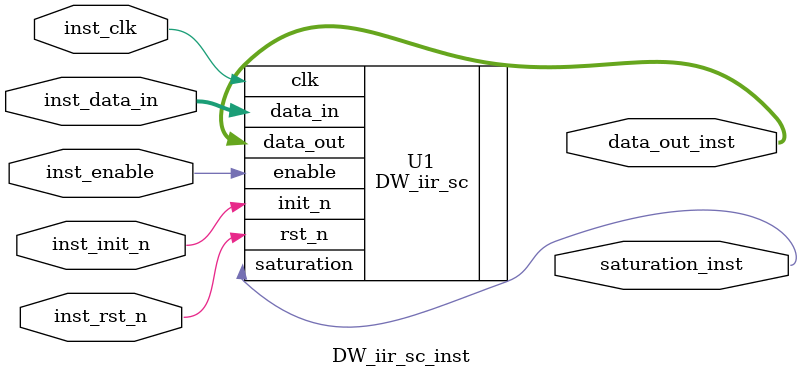
<source format=v>
module DW_iir_sc_inst(inst_clk, inst_rst_n, inst_init_n, inst_enable,
                      inst_data_in, data_out_inst, saturation_inst );

  parameter data_in_width = 4;
  parameter data_out_width = 6;
  parameter frac_data_out_width = 0;
  parameter feedback_width = 8;
  parameter max_coef_width = 4;
  parameter frac_coef_width = 0;
  parameter saturation_mode = 1;
  parameter out_reg = 1;
  parameter A1_coef = -2;
  parameter A2_coef =  3;
  parameter B0_coef =  5;
  parameter B1_coef = -6;
  parameter B2_coef = -2;

  input inst_clk;
  input inst_rst_n;
  input inst_init_n;
  input inst_enable;
  input [data_in_width-1 : 0] inst_data_in;
  output [data_out_width-1 : 0] data_out_inst;
  output saturation_inst;

  // Instance of DW_iir_sc
  DW_iir_sc #(data_in_width, data_out_width, frac_data_out_width,
              feedback_width, max_coef_width, frac_coef_width,
              saturation_mode, out_reg, A1_coef, A2_coef, B0_coef,
              B1_coef, B2_coef)
    U1 (.clk(inst_clk),   .rst_n(inst_rst_n),   .init_n(inst_init_n),
        .enable(inst_enable),   .data_in(inst_data_in),
        .data_out(data_out_inst),   .saturation(saturation_inst) );
endmodule

</source>
